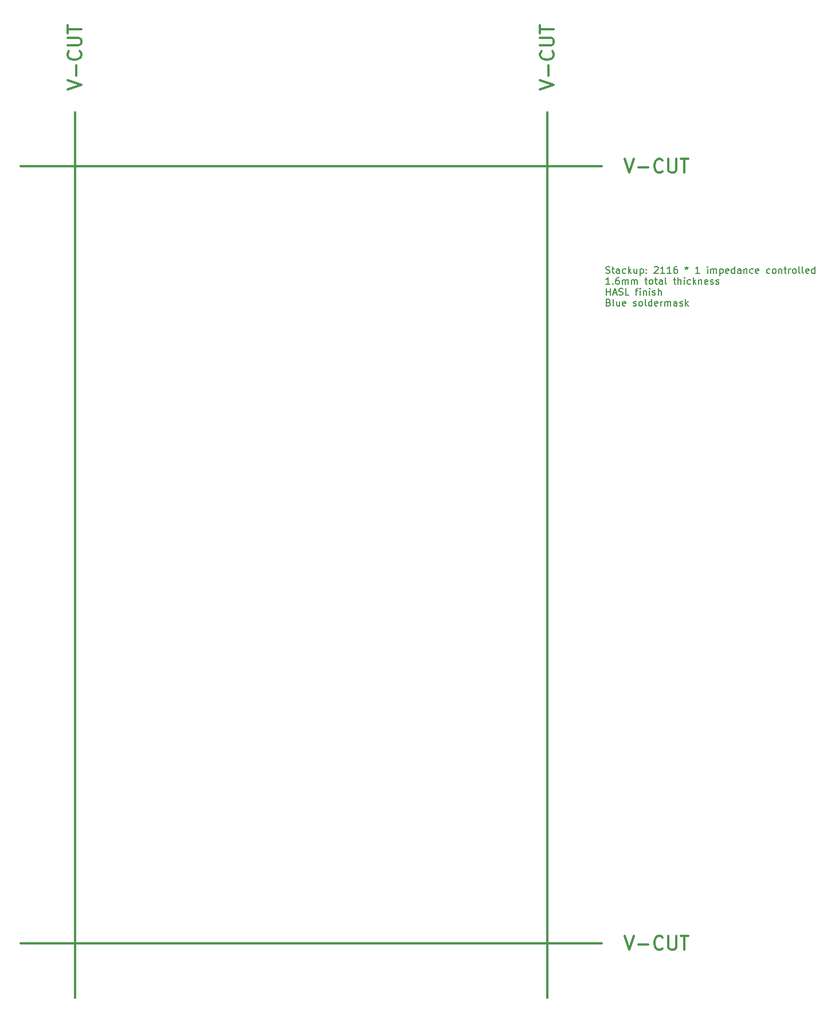
<source format=gbr>
%TF.GenerationSoftware,KiCad,Pcbnew,8.0.5+dfsg-1*%
%TF.CreationDate,2024-09-25T11:52:26+01:00*%
%TF.ProjectId,low-noise-power-probe-panel,6c6f772d-6e6f-4697-9365-2d706f776572,rev?*%
%TF.SameCoordinates,Original*%
%TF.FileFunction,Other,Comment*%
%FSLAX46Y46*%
G04 Gerber Fmt 4.6, Leading zero omitted, Abs format (unit mm)*
G04 Created by KiCad (PCBNEW 8.0.5+dfsg-1) date 2024-09-25 11:52:26*
%MOMM*%
%LPD*%
G01*
G04 APERTURE LIST*
%ADD10C,0.300000*%
%ADD11C,0.150000*%
G04 APERTURE END LIST*
D10*
X175100000Y-17000000D02*
X175100000Y-147800000D01*
X167100000Y-25000000D02*
X252900000Y-25000000D01*
X167100000Y-139800000D02*
X252900000Y-139800000D01*
X244900000Y-17000000D02*
X244900000Y-147800000D01*
D11*
X253539160Y-40742284D02*
X253682017Y-40789903D01*
X253682017Y-40789903D02*
X253920112Y-40789903D01*
X253920112Y-40789903D02*
X254015350Y-40742284D01*
X254015350Y-40742284D02*
X254062969Y-40694664D01*
X254062969Y-40694664D02*
X254110588Y-40599426D01*
X254110588Y-40599426D02*
X254110588Y-40504188D01*
X254110588Y-40504188D02*
X254062969Y-40408950D01*
X254062969Y-40408950D02*
X254015350Y-40361331D01*
X254015350Y-40361331D02*
X253920112Y-40313712D01*
X253920112Y-40313712D02*
X253729636Y-40266093D01*
X253729636Y-40266093D02*
X253634398Y-40218474D01*
X253634398Y-40218474D02*
X253586779Y-40170855D01*
X253586779Y-40170855D02*
X253539160Y-40075617D01*
X253539160Y-40075617D02*
X253539160Y-39980379D01*
X253539160Y-39980379D02*
X253586779Y-39885141D01*
X253586779Y-39885141D02*
X253634398Y-39837522D01*
X253634398Y-39837522D02*
X253729636Y-39789903D01*
X253729636Y-39789903D02*
X253967731Y-39789903D01*
X253967731Y-39789903D02*
X254110588Y-39837522D01*
X254396303Y-40123236D02*
X254777255Y-40123236D01*
X254539160Y-39789903D02*
X254539160Y-40647045D01*
X254539160Y-40647045D02*
X254586779Y-40742284D01*
X254586779Y-40742284D02*
X254682017Y-40789903D01*
X254682017Y-40789903D02*
X254777255Y-40789903D01*
X255539160Y-40789903D02*
X255539160Y-40266093D01*
X255539160Y-40266093D02*
X255491541Y-40170855D01*
X255491541Y-40170855D02*
X255396303Y-40123236D01*
X255396303Y-40123236D02*
X255205827Y-40123236D01*
X255205827Y-40123236D02*
X255110589Y-40170855D01*
X255539160Y-40742284D02*
X255443922Y-40789903D01*
X255443922Y-40789903D02*
X255205827Y-40789903D01*
X255205827Y-40789903D02*
X255110589Y-40742284D01*
X255110589Y-40742284D02*
X255062970Y-40647045D01*
X255062970Y-40647045D02*
X255062970Y-40551807D01*
X255062970Y-40551807D02*
X255110589Y-40456569D01*
X255110589Y-40456569D02*
X255205827Y-40408950D01*
X255205827Y-40408950D02*
X255443922Y-40408950D01*
X255443922Y-40408950D02*
X255539160Y-40361331D01*
X256443922Y-40742284D02*
X256348684Y-40789903D01*
X256348684Y-40789903D02*
X256158208Y-40789903D01*
X256158208Y-40789903D02*
X256062970Y-40742284D01*
X256062970Y-40742284D02*
X256015351Y-40694664D01*
X256015351Y-40694664D02*
X255967732Y-40599426D01*
X255967732Y-40599426D02*
X255967732Y-40313712D01*
X255967732Y-40313712D02*
X256015351Y-40218474D01*
X256015351Y-40218474D02*
X256062970Y-40170855D01*
X256062970Y-40170855D02*
X256158208Y-40123236D01*
X256158208Y-40123236D02*
X256348684Y-40123236D01*
X256348684Y-40123236D02*
X256443922Y-40170855D01*
X256872494Y-40789903D02*
X256872494Y-39789903D01*
X256967732Y-40408950D02*
X257253446Y-40789903D01*
X257253446Y-40123236D02*
X256872494Y-40504188D01*
X258110589Y-40123236D02*
X258110589Y-40789903D01*
X257682018Y-40123236D02*
X257682018Y-40647045D01*
X257682018Y-40647045D02*
X257729637Y-40742284D01*
X257729637Y-40742284D02*
X257824875Y-40789903D01*
X257824875Y-40789903D02*
X257967732Y-40789903D01*
X257967732Y-40789903D02*
X258062970Y-40742284D01*
X258062970Y-40742284D02*
X258110589Y-40694664D01*
X258586780Y-40123236D02*
X258586780Y-41123236D01*
X258586780Y-40170855D02*
X258682018Y-40123236D01*
X258682018Y-40123236D02*
X258872494Y-40123236D01*
X258872494Y-40123236D02*
X258967732Y-40170855D01*
X258967732Y-40170855D02*
X259015351Y-40218474D01*
X259015351Y-40218474D02*
X259062970Y-40313712D01*
X259062970Y-40313712D02*
X259062970Y-40599426D01*
X259062970Y-40599426D02*
X259015351Y-40694664D01*
X259015351Y-40694664D02*
X258967732Y-40742284D01*
X258967732Y-40742284D02*
X258872494Y-40789903D01*
X258872494Y-40789903D02*
X258682018Y-40789903D01*
X258682018Y-40789903D02*
X258586780Y-40742284D01*
X259491542Y-40694664D02*
X259539161Y-40742284D01*
X259539161Y-40742284D02*
X259491542Y-40789903D01*
X259491542Y-40789903D02*
X259443923Y-40742284D01*
X259443923Y-40742284D02*
X259491542Y-40694664D01*
X259491542Y-40694664D02*
X259491542Y-40789903D01*
X259491542Y-40170855D02*
X259539161Y-40218474D01*
X259539161Y-40218474D02*
X259491542Y-40266093D01*
X259491542Y-40266093D02*
X259443923Y-40218474D01*
X259443923Y-40218474D02*
X259491542Y-40170855D01*
X259491542Y-40170855D02*
X259491542Y-40266093D01*
X260682018Y-39885141D02*
X260729637Y-39837522D01*
X260729637Y-39837522D02*
X260824875Y-39789903D01*
X260824875Y-39789903D02*
X261062970Y-39789903D01*
X261062970Y-39789903D02*
X261158208Y-39837522D01*
X261158208Y-39837522D02*
X261205827Y-39885141D01*
X261205827Y-39885141D02*
X261253446Y-39980379D01*
X261253446Y-39980379D02*
X261253446Y-40075617D01*
X261253446Y-40075617D02*
X261205827Y-40218474D01*
X261205827Y-40218474D02*
X260634399Y-40789903D01*
X260634399Y-40789903D02*
X261253446Y-40789903D01*
X262205827Y-40789903D02*
X261634399Y-40789903D01*
X261920113Y-40789903D02*
X261920113Y-39789903D01*
X261920113Y-39789903D02*
X261824875Y-39932760D01*
X261824875Y-39932760D02*
X261729637Y-40027998D01*
X261729637Y-40027998D02*
X261634399Y-40075617D01*
X263158208Y-40789903D02*
X262586780Y-40789903D01*
X262872494Y-40789903D02*
X262872494Y-39789903D01*
X262872494Y-39789903D02*
X262777256Y-39932760D01*
X262777256Y-39932760D02*
X262682018Y-40027998D01*
X262682018Y-40027998D02*
X262586780Y-40075617D01*
X264015351Y-39789903D02*
X263824875Y-39789903D01*
X263824875Y-39789903D02*
X263729637Y-39837522D01*
X263729637Y-39837522D02*
X263682018Y-39885141D01*
X263682018Y-39885141D02*
X263586780Y-40027998D01*
X263586780Y-40027998D02*
X263539161Y-40218474D01*
X263539161Y-40218474D02*
X263539161Y-40599426D01*
X263539161Y-40599426D02*
X263586780Y-40694664D01*
X263586780Y-40694664D02*
X263634399Y-40742284D01*
X263634399Y-40742284D02*
X263729637Y-40789903D01*
X263729637Y-40789903D02*
X263920113Y-40789903D01*
X263920113Y-40789903D02*
X264015351Y-40742284D01*
X264015351Y-40742284D02*
X264062970Y-40694664D01*
X264062970Y-40694664D02*
X264110589Y-40599426D01*
X264110589Y-40599426D02*
X264110589Y-40361331D01*
X264110589Y-40361331D02*
X264062970Y-40266093D01*
X264062970Y-40266093D02*
X264015351Y-40218474D01*
X264015351Y-40218474D02*
X263920113Y-40170855D01*
X263920113Y-40170855D02*
X263729637Y-40170855D01*
X263729637Y-40170855D02*
X263634399Y-40218474D01*
X263634399Y-40218474D02*
X263586780Y-40266093D01*
X263586780Y-40266093D02*
X263539161Y-40361331D01*
X265443923Y-39789903D02*
X265443923Y-40027998D01*
X265205828Y-39932760D02*
X265443923Y-40027998D01*
X265443923Y-40027998D02*
X265682018Y-39932760D01*
X265301066Y-40218474D02*
X265443923Y-40027998D01*
X265443923Y-40027998D02*
X265586780Y-40218474D01*
X267348685Y-40789903D02*
X266777257Y-40789903D01*
X267062971Y-40789903D02*
X267062971Y-39789903D01*
X267062971Y-39789903D02*
X266967733Y-39932760D01*
X266967733Y-39932760D02*
X266872495Y-40027998D01*
X266872495Y-40027998D02*
X266777257Y-40075617D01*
X268539162Y-40789903D02*
X268539162Y-40123236D01*
X268539162Y-39789903D02*
X268491543Y-39837522D01*
X268491543Y-39837522D02*
X268539162Y-39885141D01*
X268539162Y-39885141D02*
X268586781Y-39837522D01*
X268586781Y-39837522D02*
X268539162Y-39789903D01*
X268539162Y-39789903D02*
X268539162Y-39885141D01*
X269015352Y-40789903D02*
X269015352Y-40123236D01*
X269015352Y-40218474D02*
X269062971Y-40170855D01*
X269062971Y-40170855D02*
X269158209Y-40123236D01*
X269158209Y-40123236D02*
X269301066Y-40123236D01*
X269301066Y-40123236D02*
X269396304Y-40170855D01*
X269396304Y-40170855D02*
X269443923Y-40266093D01*
X269443923Y-40266093D02*
X269443923Y-40789903D01*
X269443923Y-40266093D02*
X269491542Y-40170855D01*
X269491542Y-40170855D02*
X269586780Y-40123236D01*
X269586780Y-40123236D02*
X269729637Y-40123236D01*
X269729637Y-40123236D02*
X269824876Y-40170855D01*
X269824876Y-40170855D02*
X269872495Y-40266093D01*
X269872495Y-40266093D02*
X269872495Y-40789903D01*
X270348685Y-40123236D02*
X270348685Y-41123236D01*
X270348685Y-40170855D02*
X270443923Y-40123236D01*
X270443923Y-40123236D02*
X270634399Y-40123236D01*
X270634399Y-40123236D02*
X270729637Y-40170855D01*
X270729637Y-40170855D02*
X270777256Y-40218474D01*
X270777256Y-40218474D02*
X270824875Y-40313712D01*
X270824875Y-40313712D02*
X270824875Y-40599426D01*
X270824875Y-40599426D02*
X270777256Y-40694664D01*
X270777256Y-40694664D02*
X270729637Y-40742284D01*
X270729637Y-40742284D02*
X270634399Y-40789903D01*
X270634399Y-40789903D02*
X270443923Y-40789903D01*
X270443923Y-40789903D02*
X270348685Y-40742284D01*
X271634399Y-40742284D02*
X271539161Y-40789903D01*
X271539161Y-40789903D02*
X271348685Y-40789903D01*
X271348685Y-40789903D02*
X271253447Y-40742284D01*
X271253447Y-40742284D02*
X271205828Y-40647045D01*
X271205828Y-40647045D02*
X271205828Y-40266093D01*
X271205828Y-40266093D02*
X271253447Y-40170855D01*
X271253447Y-40170855D02*
X271348685Y-40123236D01*
X271348685Y-40123236D02*
X271539161Y-40123236D01*
X271539161Y-40123236D02*
X271634399Y-40170855D01*
X271634399Y-40170855D02*
X271682018Y-40266093D01*
X271682018Y-40266093D02*
X271682018Y-40361331D01*
X271682018Y-40361331D02*
X271205828Y-40456569D01*
X272539161Y-40789903D02*
X272539161Y-39789903D01*
X272539161Y-40742284D02*
X272443923Y-40789903D01*
X272443923Y-40789903D02*
X272253447Y-40789903D01*
X272253447Y-40789903D02*
X272158209Y-40742284D01*
X272158209Y-40742284D02*
X272110590Y-40694664D01*
X272110590Y-40694664D02*
X272062971Y-40599426D01*
X272062971Y-40599426D02*
X272062971Y-40313712D01*
X272062971Y-40313712D02*
X272110590Y-40218474D01*
X272110590Y-40218474D02*
X272158209Y-40170855D01*
X272158209Y-40170855D02*
X272253447Y-40123236D01*
X272253447Y-40123236D02*
X272443923Y-40123236D01*
X272443923Y-40123236D02*
X272539161Y-40170855D01*
X273443923Y-40789903D02*
X273443923Y-40266093D01*
X273443923Y-40266093D02*
X273396304Y-40170855D01*
X273396304Y-40170855D02*
X273301066Y-40123236D01*
X273301066Y-40123236D02*
X273110590Y-40123236D01*
X273110590Y-40123236D02*
X273015352Y-40170855D01*
X273443923Y-40742284D02*
X273348685Y-40789903D01*
X273348685Y-40789903D02*
X273110590Y-40789903D01*
X273110590Y-40789903D02*
X273015352Y-40742284D01*
X273015352Y-40742284D02*
X272967733Y-40647045D01*
X272967733Y-40647045D02*
X272967733Y-40551807D01*
X272967733Y-40551807D02*
X273015352Y-40456569D01*
X273015352Y-40456569D02*
X273110590Y-40408950D01*
X273110590Y-40408950D02*
X273348685Y-40408950D01*
X273348685Y-40408950D02*
X273443923Y-40361331D01*
X273920114Y-40123236D02*
X273920114Y-40789903D01*
X273920114Y-40218474D02*
X273967733Y-40170855D01*
X273967733Y-40170855D02*
X274062971Y-40123236D01*
X274062971Y-40123236D02*
X274205828Y-40123236D01*
X274205828Y-40123236D02*
X274301066Y-40170855D01*
X274301066Y-40170855D02*
X274348685Y-40266093D01*
X274348685Y-40266093D02*
X274348685Y-40789903D01*
X275253447Y-40742284D02*
X275158209Y-40789903D01*
X275158209Y-40789903D02*
X274967733Y-40789903D01*
X274967733Y-40789903D02*
X274872495Y-40742284D01*
X274872495Y-40742284D02*
X274824876Y-40694664D01*
X274824876Y-40694664D02*
X274777257Y-40599426D01*
X274777257Y-40599426D02*
X274777257Y-40313712D01*
X274777257Y-40313712D02*
X274824876Y-40218474D01*
X274824876Y-40218474D02*
X274872495Y-40170855D01*
X274872495Y-40170855D02*
X274967733Y-40123236D01*
X274967733Y-40123236D02*
X275158209Y-40123236D01*
X275158209Y-40123236D02*
X275253447Y-40170855D01*
X276062971Y-40742284D02*
X275967733Y-40789903D01*
X275967733Y-40789903D02*
X275777257Y-40789903D01*
X275777257Y-40789903D02*
X275682019Y-40742284D01*
X275682019Y-40742284D02*
X275634400Y-40647045D01*
X275634400Y-40647045D02*
X275634400Y-40266093D01*
X275634400Y-40266093D02*
X275682019Y-40170855D01*
X275682019Y-40170855D02*
X275777257Y-40123236D01*
X275777257Y-40123236D02*
X275967733Y-40123236D01*
X275967733Y-40123236D02*
X276062971Y-40170855D01*
X276062971Y-40170855D02*
X276110590Y-40266093D01*
X276110590Y-40266093D02*
X276110590Y-40361331D01*
X276110590Y-40361331D02*
X275634400Y-40456569D01*
X277729638Y-40742284D02*
X277634400Y-40789903D01*
X277634400Y-40789903D02*
X277443924Y-40789903D01*
X277443924Y-40789903D02*
X277348686Y-40742284D01*
X277348686Y-40742284D02*
X277301067Y-40694664D01*
X277301067Y-40694664D02*
X277253448Y-40599426D01*
X277253448Y-40599426D02*
X277253448Y-40313712D01*
X277253448Y-40313712D02*
X277301067Y-40218474D01*
X277301067Y-40218474D02*
X277348686Y-40170855D01*
X277348686Y-40170855D02*
X277443924Y-40123236D01*
X277443924Y-40123236D02*
X277634400Y-40123236D01*
X277634400Y-40123236D02*
X277729638Y-40170855D01*
X278301067Y-40789903D02*
X278205829Y-40742284D01*
X278205829Y-40742284D02*
X278158210Y-40694664D01*
X278158210Y-40694664D02*
X278110591Y-40599426D01*
X278110591Y-40599426D02*
X278110591Y-40313712D01*
X278110591Y-40313712D02*
X278158210Y-40218474D01*
X278158210Y-40218474D02*
X278205829Y-40170855D01*
X278205829Y-40170855D02*
X278301067Y-40123236D01*
X278301067Y-40123236D02*
X278443924Y-40123236D01*
X278443924Y-40123236D02*
X278539162Y-40170855D01*
X278539162Y-40170855D02*
X278586781Y-40218474D01*
X278586781Y-40218474D02*
X278634400Y-40313712D01*
X278634400Y-40313712D02*
X278634400Y-40599426D01*
X278634400Y-40599426D02*
X278586781Y-40694664D01*
X278586781Y-40694664D02*
X278539162Y-40742284D01*
X278539162Y-40742284D02*
X278443924Y-40789903D01*
X278443924Y-40789903D02*
X278301067Y-40789903D01*
X279062972Y-40123236D02*
X279062972Y-40789903D01*
X279062972Y-40218474D02*
X279110591Y-40170855D01*
X279110591Y-40170855D02*
X279205829Y-40123236D01*
X279205829Y-40123236D02*
X279348686Y-40123236D01*
X279348686Y-40123236D02*
X279443924Y-40170855D01*
X279443924Y-40170855D02*
X279491543Y-40266093D01*
X279491543Y-40266093D02*
X279491543Y-40789903D01*
X279824877Y-40123236D02*
X280205829Y-40123236D01*
X279967734Y-39789903D02*
X279967734Y-40647045D01*
X279967734Y-40647045D02*
X280015353Y-40742284D01*
X280015353Y-40742284D02*
X280110591Y-40789903D01*
X280110591Y-40789903D02*
X280205829Y-40789903D01*
X280539163Y-40789903D02*
X280539163Y-40123236D01*
X280539163Y-40313712D02*
X280586782Y-40218474D01*
X280586782Y-40218474D02*
X280634401Y-40170855D01*
X280634401Y-40170855D02*
X280729639Y-40123236D01*
X280729639Y-40123236D02*
X280824877Y-40123236D01*
X281301068Y-40789903D02*
X281205830Y-40742284D01*
X281205830Y-40742284D02*
X281158211Y-40694664D01*
X281158211Y-40694664D02*
X281110592Y-40599426D01*
X281110592Y-40599426D02*
X281110592Y-40313712D01*
X281110592Y-40313712D02*
X281158211Y-40218474D01*
X281158211Y-40218474D02*
X281205830Y-40170855D01*
X281205830Y-40170855D02*
X281301068Y-40123236D01*
X281301068Y-40123236D02*
X281443925Y-40123236D01*
X281443925Y-40123236D02*
X281539163Y-40170855D01*
X281539163Y-40170855D02*
X281586782Y-40218474D01*
X281586782Y-40218474D02*
X281634401Y-40313712D01*
X281634401Y-40313712D02*
X281634401Y-40599426D01*
X281634401Y-40599426D02*
X281586782Y-40694664D01*
X281586782Y-40694664D02*
X281539163Y-40742284D01*
X281539163Y-40742284D02*
X281443925Y-40789903D01*
X281443925Y-40789903D02*
X281301068Y-40789903D01*
X282205830Y-40789903D02*
X282110592Y-40742284D01*
X282110592Y-40742284D02*
X282062973Y-40647045D01*
X282062973Y-40647045D02*
X282062973Y-39789903D01*
X282729640Y-40789903D02*
X282634402Y-40742284D01*
X282634402Y-40742284D02*
X282586783Y-40647045D01*
X282586783Y-40647045D02*
X282586783Y-39789903D01*
X283491545Y-40742284D02*
X283396307Y-40789903D01*
X283396307Y-40789903D02*
X283205831Y-40789903D01*
X283205831Y-40789903D02*
X283110593Y-40742284D01*
X283110593Y-40742284D02*
X283062974Y-40647045D01*
X283062974Y-40647045D02*
X283062974Y-40266093D01*
X283062974Y-40266093D02*
X283110593Y-40170855D01*
X283110593Y-40170855D02*
X283205831Y-40123236D01*
X283205831Y-40123236D02*
X283396307Y-40123236D01*
X283396307Y-40123236D02*
X283491545Y-40170855D01*
X283491545Y-40170855D02*
X283539164Y-40266093D01*
X283539164Y-40266093D02*
X283539164Y-40361331D01*
X283539164Y-40361331D02*
X283062974Y-40456569D01*
X284396307Y-40789903D02*
X284396307Y-39789903D01*
X284396307Y-40742284D02*
X284301069Y-40789903D01*
X284301069Y-40789903D02*
X284110593Y-40789903D01*
X284110593Y-40789903D02*
X284015355Y-40742284D01*
X284015355Y-40742284D02*
X283967736Y-40694664D01*
X283967736Y-40694664D02*
X283920117Y-40599426D01*
X283920117Y-40599426D02*
X283920117Y-40313712D01*
X283920117Y-40313712D02*
X283967736Y-40218474D01*
X283967736Y-40218474D02*
X284015355Y-40170855D01*
X284015355Y-40170855D02*
X284110593Y-40123236D01*
X284110593Y-40123236D02*
X284301069Y-40123236D01*
X284301069Y-40123236D02*
X284396307Y-40170855D01*
X254110588Y-42399847D02*
X253539160Y-42399847D01*
X253824874Y-42399847D02*
X253824874Y-41399847D01*
X253824874Y-41399847D02*
X253729636Y-41542704D01*
X253729636Y-41542704D02*
X253634398Y-41637942D01*
X253634398Y-41637942D02*
X253539160Y-41685561D01*
X254539160Y-42304608D02*
X254586779Y-42352228D01*
X254586779Y-42352228D02*
X254539160Y-42399847D01*
X254539160Y-42399847D02*
X254491541Y-42352228D01*
X254491541Y-42352228D02*
X254539160Y-42304608D01*
X254539160Y-42304608D02*
X254539160Y-42399847D01*
X255443921Y-41399847D02*
X255253445Y-41399847D01*
X255253445Y-41399847D02*
X255158207Y-41447466D01*
X255158207Y-41447466D02*
X255110588Y-41495085D01*
X255110588Y-41495085D02*
X255015350Y-41637942D01*
X255015350Y-41637942D02*
X254967731Y-41828418D01*
X254967731Y-41828418D02*
X254967731Y-42209370D01*
X254967731Y-42209370D02*
X255015350Y-42304608D01*
X255015350Y-42304608D02*
X255062969Y-42352228D01*
X255062969Y-42352228D02*
X255158207Y-42399847D01*
X255158207Y-42399847D02*
X255348683Y-42399847D01*
X255348683Y-42399847D02*
X255443921Y-42352228D01*
X255443921Y-42352228D02*
X255491540Y-42304608D01*
X255491540Y-42304608D02*
X255539159Y-42209370D01*
X255539159Y-42209370D02*
X255539159Y-41971275D01*
X255539159Y-41971275D02*
X255491540Y-41876037D01*
X255491540Y-41876037D02*
X255443921Y-41828418D01*
X255443921Y-41828418D02*
X255348683Y-41780799D01*
X255348683Y-41780799D02*
X255158207Y-41780799D01*
X255158207Y-41780799D02*
X255062969Y-41828418D01*
X255062969Y-41828418D02*
X255015350Y-41876037D01*
X255015350Y-41876037D02*
X254967731Y-41971275D01*
X255967731Y-42399847D02*
X255967731Y-41733180D01*
X255967731Y-41828418D02*
X256015350Y-41780799D01*
X256015350Y-41780799D02*
X256110588Y-41733180D01*
X256110588Y-41733180D02*
X256253445Y-41733180D01*
X256253445Y-41733180D02*
X256348683Y-41780799D01*
X256348683Y-41780799D02*
X256396302Y-41876037D01*
X256396302Y-41876037D02*
X256396302Y-42399847D01*
X256396302Y-41876037D02*
X256443921Y-41780799D01*
X256443921Y-41780799D02*
X256539159Y-41733180D01*
X256539159Y-41733180D02*
X256682016Y-41733180D01*
X256682016Y-41733180D02*
X256777255Y-41780799D01*
X256777255Y-41780799D02*
X256824874Y-41876037D01*
X256824874Y-41876037D02*
X256824874Y-42399847D01*
X257301064Y-42399847D02*
X257301064Y-41733180D01*
X257301064Y-41828418D02*
X257348683Y-41780799D01*
X257348683Y-41780799D02*
X257443921Y-41733180D01*
X257443921Y-41733180D02*
X257586778Y-41733180D01*
X257586778Y-41733180D02*
X257682016Y-41780799D01*
X257682016Y-41780799D02*
X257729635Y-41876037D01*
X257729635Y-41876037D02*
X257729635Y-42399847D01*
X257729635Y-41876037D02*
X257777254Y-41780799D01*
X257777254Y-41780799D02*
X257872492Y-41733180D01*
X257872492Y-41733180D02*
X258015349Y-41733180D01*
X258015349Y-41733180D02*
X258110588Y-41780799D01*
X258110588Y-41780799D02*
X258158207Y-41876037D01*
X258158207Y-41876037D02*
X258158207Y-42399847D01*
X259253445Y-41733180D02*
X259634397Y-41733180D01*
X259396302Y-41399847D02*
X259396302Y-42256989D01*
X259396302Y-42256989D02*
X259443921Y-42352228D01*
X259443921Y-42352228D02*
X259539159Y-42399847D01*
X259539159Y-42399847D02*
X259634397Y-42399847D01*
X260110588Y-42399847D02*
X260015350Y-42352228D01*
X260015350Y-42352228D02*
X259967731Y-42304608D01*
X259967731Y-42304608D02*
X259920112Y-42209370D01*
X259920112Y-42209370D02*
X259920112Y-41923656D01*
X259920112Y-41923656D02*
X259967731Y-41828418D01*
X259967731Y-41828418D02*
X260015350Y-41780799D01*
X260015350Y-41780799D02*
X260110588Y-41733180D01*
X260110588Y-41733180D02*
X260253445Y-41733180D01*
X260253445Y-41733180D02*
X260348683Y-41780799D01*
X260348683Y-41780799D02*
X260396302Y-41828418D01*
X260396302Y-41828418D02*
X260443921Y-41923656D01*
X260443921Y-41923656D02*
X260443921Y-42209370D01*
X260443921Y-42209370D02*
X260396302Y-42304608D01*
X260396302Y-42304608D02*
X260348683Y-42352228D01*
X260348683Y-42352228D02*
X260253445Y-42399847D01*
X260253445Y-42399847D02*
X260110588Y-42399847D01*
X260729636Y-41733180D02*
X261110588Y-41733180D01*
X260872493Y-41399847D02*
X260872493Y-42256989D01*
X260872493Y-42256989D02*
X260920112Y-42352228D01*
X260920112Y-42352228D02*
X261015350Y-42399847D01*
X261015350Y-42399847D02*
X261110588Y-42399847D01*
X261872493Y-42399847D02*
X261872493Y-41876037D01*
X261872493Y-41876037D02*
X261824874Y-41780799D01*
X261824874Y-41780799D02*
X261729636Y-41733180D01*
X261729636Y-41733180D02*
X261539160Y-41733180D01*
X261539160Y-41733180D02*
X261443922Y-41780799D01*
X261872493Y-42352228D02*
X261777255Y-42399847D01*
X261777255Y-42399847D02*
X261539160Y-42399847D01*
X261539160Y-42399847D02*
X261443922Y-42352228D01*
X261443922Y-42352228D02*
X261396303Y-42256989D01*
X261396303Y-42256989D02*
X261396303Y-42161751D01*
X261396303Y-42161751D02*
X261443922Y-42066513D01*
X261443922Y-42066513D02*
X261539160Y-42018894D01*
X261539160Y-42018894D02*
X261777255Y-42018894D01*
X261777255Y-42018894D02*
X261872493Y-41971275D01*
X262491541Y-42399847D02*
X262396303Y-42352228D01*
X262396303Y-42352228D02*
X262348684Y-42256989D01*
X262348684Y-42256989D02*
X262348684Y-41399847D01*
X263491542Y-41733180D02*
X263872494Y-41733180D01*
X263634399Y-41399847D02*
X263634399Y-42256989D01*
X263634399Y-42256989D02*
X263682018Y-42352228D01*
X263682018Y-42352228D02*
X263777256Y-42399847D01*
X263777256Y-42399847D02*
X263872494Y-42399847D01*
X264205828Y-42399847D02*
X264205828Y-41399847D01*
X264634399Y-42399847D02*
X264634399Y-41876037D01*
X264634399Y-41876037D02*
X264586780Y-41780799D01*
X264586780Y-41780799D02*
X264491542Y-41733180D01*
X264491542Y-41733180D02*
X264348685Y-41733180D01*
X264348685Y-41733180D02*
X264253447Y-41780799D01*
X264253447Y-41780799D02*
X264205828Y-41828418D01*
X265110590Y-42399847D02*
X265110590Y-41733180D01*
X265110590Y-41399847D02*
X265062971Y-41447466D01*
X265062971Y-41447466D02*
X265110590Y-41495085D01*
X265110590Y-41495085D02*
X265158209Y-41447466D01*
X265158209Y-41447466D02*
X265110590Y-41399847D01*
X265110590Y-41399847D02*
X265110590Y-41495085D01*
X266015351Y-42352228D02*
X265920113Y-42399847D01*
X265920113Y-42399847D02*
X265729637Y-42399847D01*
X265729637Y-42399847D02*
X265634399Y-42352228D01*
X265634399Y-42352228D02*
X265586780Y-42304608D01*
X265586780Y-42304608D02*
X265539161Y-42209370D01*
X265539161Y-42209370D02*
X265539161Y-41923656D01*
X265539161Y-41923656D02*
X265586780Y-41828418D01*
X265586780Y-41828418D02*
X265634399Y-41780799D01*
X265634399Y-41780799D02*
X265729637Y-41733180D01*
X265729637Y-41733180D02*
X265920113Y-41733180D01*
X265920113Y-41733180D02*
X266015351Y-41780799D01*
X266443923Y-42399847D02*
X266443923Y-41399847D01*
X266539161Y-42018894D02*
X266824875Y-42399847D01*
X266824875Y-41733180D02*
X266443923Y-42114132D01*
X267253447Y-41733180D02*
X267253447Y-42399847D01*
X267253447Y-41828418D02*
X267301066Y-41780799D01*
X267301066Y-41780799D02*
X267396304Y-41733180D01*
X267396304Y-41733180D02*
X267539161Y-41733180D01*
X267539161Y-41733180D02*
X267634399Y-41780799D01*
X267634399Y-41780799D02*
X267682018Y-41876037D01*
X267682018Y-41876037D02*
X267682018Y-42399847D01*
X268539161Y-42352228D02*
X268443923Y-42399847D01*
X268443923Y-42399847D02*
X268253447Y-42399847D01*
X268253447Y-42399847D02*
X268158209Y-42352228D01*
X268158209Y-42352228D02*
X268110590Y-42256989D01*
X268110590Y-42256989D02*
X268110590Y-41876037D01*
X268110590Y-41876037D02*
X268158209Y-41780799D01*
X268158209Y-41780799D02*
X268253447Y-41733180D01*
X268253447Y-41733180D02*
X268443923Y-41733180D01*
X268443923Y-41733180D02*
X268539161Y-41780799D01*
X268539161Y-41780799D02*
X268586780Y-41876037D01*
X268586780Y-41876037D02*
X268586780Y-41971275D01*
X268586780Y-41971275D02*
X268110590Y-42066513D01*
X268967733Y-42352228D02*
X269062971Y-42399847D01*
X269062971Y-42399847D02*
X269253447Y-42399847D01*
X269253447Y-42399847D02*
X269348685Y-42352228D01*
X269348685Y-42352228D02*
X269396304Y-42256989D01*
X269396304Y-42256989D02*
X269396304Y-42209370D01*
X269396304Y-42209370D02*
X269348685Y-42114132D01*
X269348685Y-42114132D02*
X269253447Y-42066513D01*
X269253447Y-42066513D02*
X269110590Y-42066513D01*
X269110590Y-42066513D02*
X269015352Y-42018894D01*
X269015352Y-42018894D02*
X268967733Y-41923656D01*
X268967733Y-41923656D02*
X268967733Y-41876037D01*
X268967733Y-41876037D02*
X269015352Y-41780799D01*
X269015352Y-41780799D02*
X269110590Y-41733180D01*
X269110590Y-41733180D02*
X269253447Y-41733180D01*
X269253447Y-41733180D02*
X269348685Y-41780799D01*
X269777257Y-42352228D02*
X269872495Y-42399847D01*
X269872495Y-42399847D02*
X270062971Y-42399847D01*
X270062971Y-42399847D02*
X270158209Y-42352228D01*
X270158209Y-42352228D02*
X270205828Y-42256989D01*
X270205828Y-42256989D02*
X270205828Y-42209370D01*
X270205828Y-42209370D02*
X270158209Y-42114132D01*
X270158209Y-42114132D02*
X270062971Y-42066513D01*
X270062971Y-42066513D02*
X269920114Y-42066513D01*
X269920114Y-42066513D02*
X269824876Y-42018894D01*
X269824876Y-42018894D02*
X269777257Y-41923656D01*
X269777257Y-41923656D02*
X269777257Y-41876037D01*
X269777257Y-41876037D02*
X269824876Y-41780799D01*
X269824876Y-41780799D02*
X269920114Y-41733180D01*
X269920114Y-41733180D02*
X270062971Y-41733180D01*
X270062971Y-41733180D02*
X270158209Y-41780799D01*
X253586779Y-44009791D02*
X253586779Y-43009791D01*
X253586779Y-43485981D02*
X254158207Y-43485981D01*
X254158207Y-44009791D02*
X254158207Y-43009791D01*
X254586779Y-43724076D02*
X255062969Y-43724076D01*
X254491541Y-44009791D02*
X254824874Y-43009791D01*
X254824874Y-43009791D02*
X255158207Y-44009791D01*
X255443922Y-43962172D02*
X255586779Y-44009791D01*
X255586779Y-44009791D02*
X255824874Y-44009791D01*
X255824874Y-44009791D02*
X255920112Y-43962172D01*
X255920112Y-43962172D02*
X255967731Y-43914552D01*
X255967731Y-43914552D02*
X256015350Y-43819314D01*
X256015350Y-43819314D02*
X256015350Y-43724076D01*
X256015350Y-43724076D02*
X255967731Y-43628838D01*
X255967731Y-43628838D02*
X255920112Y-43581219D01*
X255920112Y-43581219D02*
X255824874Y-43533600D01*
X255824874Y-43533600D02*
X255634398Y-43485981D01*
X255634398Y-43485981D02*
X255539160Y-43438362D01*
X255539160Y-43438362D02*
X255491541Y-43390743D01*
X255491541Y-43390743D02*
X255443922Y-43295505D01*
X255443922Y-43295505D02*
X255443922Y-43200267D01*
X255443922Y-43200267D02*
X255491541Y-43105029D01*
X255491541Y-43105029D02*
X255539160Y-43057410D01*
X255539160Y-43057410D02*
X255634398Y-43009791D01*
X255634398Y-43009791D02*
X255872493Y-43009791D01*
X255872493Y-43009791D02*
X256015350Y-43057410D01*
X256920112Y-44009791D02*
X256443922Y-44009791D01*
X256443922Y-44009791D02*
X256443922Y-43009791D01*
X257872494Y-43343124D02*
X258253446Y-43343124D01*
X258015351Y-44009791D02*
X258015351Y-43152648D01*
X258015351Y-43152648D02*
X258062970Y-43057410D01*
X258062970Y-43057410D02*
X258158208Y-43009791D01*
X258158208Y-43009791D02*
X258253446Y-43009791D01*
X258586780Y-44009791D02*
X258586780Y-43343124D01*
X258586780Y-43009791D02*
X258539161Y-43057410D01*
X258539161Y-43057410D02*
X258586780Y-43105029D01*
X258586780Y-43105029D02*
X258634399Y-43057410D01*
X258634399Y-43057410D02*
X258586780Y-43009791D01*
X258586780Y-43009791D02*
X258586780Y-43105029D01*
X259062970Y-43343124D02*
X259062970Y-44009791D01*
X259062970Y-43438362D02*
X259110589Y-43390743D01*
X259110589Y-43390743D02*
X259205827Y-43343124D01*
X259205827Y-43343124D02*
X259348684Y-43343124D01*
X259348684Y-43343124D02*
X259443922Y-43390743D01*
X259443922Y-43390743D02*
X259491541Y-43485981D01*
X259491541Y-43485981D02*
X259491541Y-44009791D01*
X259967732Y-44009791D02*
X259967732Y-43343124D01*
X259967732Y-43009791D02*
X259920113Y-43057410D01*
X259920113Y-43057410D02*
X259967732Y-43105029D01*
X259967732Y-43105029D02*
X260015351Y-43057410D01*
X260015351Y-43057410D02*
X259967732Y-43009791D01*
X259967732Y-43009791D02*
X259967732Y-43105029D01*
X260396303Y-43962172D02*
X260491541Y-44009791D01*
X260491541Y-44009791D02*
X260682017Y-44009791D01*
X260682017Y-44009791D02*
X260777255Y-43962172D01*
X260777255Y-43962172D02*
X260824874Y-43866933D01*
X260824874Y-43866933D02*
X260824874Y-43819314D01*
X260824874Y-43819314D02*
X260777255Y-43724076D01*
X260777255Y-43724076D02*
X260682017Y-43676457D01*
X260682017Y-43676457D02*
X260539160Y-43676457D01*
X260539160Y-43676457D02*
X260443922Y-43628838D01*
X260443922Y-43628838D02*
X260396303Y-43533600D01*
X260396303Y-43533600D02*
X260396303Y-43485981D01*
X260396303Y-43485981D02*
X260443922Y-43390743D01*
X260443922Y-43390743D02*
X260539160Y-43343124D01*
X260539160Y-43343124D02*
X260682017Y-43343124D01*
X260682017Y-43343124D02*
X260777255Y-43390743D01*
X261253446Y-44009791D02*
X261253446Y-43009791D01*
X261682017Y-44009791D02*
X261682017Y-43485981D01*
X261682017Y-43485981D02*
X261634398Y-43390743D01*
X261634398Y-43390743D02*
X261539160Y-43343124D01*
X261539160Y-43343124D02*
X261396303Y-43343124D01*
X261396303Y-43343124D02*
X261301065Y-43390743D01*
X261301065Y-43390743D02*
X261253446Y-43438362D01*
X253920112Y-45095925D02*
X254062969Y-45143544D01*
X254062969Y-45143544D02*
X254110588Y-45191163D01*
X254110588Y-45191163D02*
X254158207Y-45286401D01*
X254158207Y-45286401D02*
X254158207Y-45429258D01*
X254158207Y-45429258D02*
X254110588Y-45524496D01*
X254110588Y-45524496D02*
X254062969Y-45572116D01*
X254062969Y-45572116D02*
X253967731Y-45619735D01*
X253967731Y-45619735D02*
X253586779Y-45619735D01*
X253586779Y-45619735D02*
X253586779Y-44619735D01*
X253586779Y-44619735D02*
X253920112Y-44619735D01*
X253920112Y-44619735D02*
X254015350Y-44667354D01*
X254015350Y-44667354D02*
X254062969Y-44714973D01*
X254062969Y-44714973D02*
X254110588Y-44810211D01*
X254110588Y-44810211D02*
X254110588Y-44905449D01*
X254110588Y-44905449D02*
X254062969Y-45000687D01*
X254062969Y-45000687D02*
X254015350Y-45048306D01*
X254015350Y-45048306D02*
X253920112Y-45095925D01*
X253920112Y-45095925D02*
X253586779Y-45095925D01*
X254729636Y-45619735D02*
X254634398Y-45572116D01*
X254634398Y-45572116D02*
X254586779Y-45476877D01*
X254586779Y-45476877D02*
X254586779Y-44619735D01*
X255539160Y-44953068D02*
X255539160Y-45619735D01*
X255110589Y-44953068D02*
X255110589Y-45476877D01*
X255110589Y-45476877D02*
X255158208Y-45572116D01*
X255158208Y-45572116D02*
X255253446Y-45619735D01*
X255253446Y-45619735D02*
X255396303Y-45619735D01*
X255396303Y-45619735D02*
X255491541Y-45572116D01*
X255491541Y-45572116D02*
X255539160Y-45524496D01*
X256396303Y-45572116D02*
X256301065Y-45619735D01*
X256301065Y-45619735D02*
X256110589Y-45619735D01*
X256110589Y-45619735D02*
X256015351Y-45572116D01*
X256015351Y-45572116D02*
X255967732Y-45476877D01*
X255967732Y-45476877D02*
X255967732Y-45095925D01*
X255967732Y-45095925D02*
X256015351Y-45000687D01*
X256015351Y-45000687D02*
X256110589Y-44953068D01*
X256110589Y-44953068D02*
X256301065Y-44953068D01*
X256301065Y-44953068D02*
X256396303Y-45000687D01*
X256396303Y-45000687D02*
X256443922Y-45095925D01*
X256443922Y-45095925D02*
X256443922Y-45191163D01*
X256443922Y-45191163D02*
X255967732Y-45286401D01*
X257586780Y-45572116D02*
X257682018Y-45619735D01*
X257682018Y-45619735D02*
X257872494Y-45619735D01*
X257872494Y-45619735D02*
X257967732Y-45572116D01*
X257967732Y-45572116D02*
X258015351Y-45476877D01*
X258015351Y-45476877D02*
X258015351Y-45429258D01*
X258015351Y-45429258D02*
X257967732Y-45334020D01*
X257967732Y-45334020D02*
X257872494Y-45286401D01*
X257872494Y-45286401D02*
X257729637Y-45286401D01*
X257729637Y-45286401D02*
X257634399Y-45238782D01*
X257634399Y-45238782D02*
X257586780Y-45143544D01*
X257586780Y-45143544D02*
X257586780Y-45095925D01*
X257586780Y-45095925D02*
X257634399Y-45000687D01*
X257634399Y-45000687D02*
X257729637Y-44953068D01*
X257729637Y-44953068D02*
X257872494Y-44953068D01*
X257872494Y-44953068D02*
X257967732Y-45000687D01*
X258586780Y-45619735D02*
X258491542Y-45572116D01*
X258491542Y-45572116D02*
X258443923Y-45524496D01*
X258443923Y-45524496D02*
X258396304Y-45429258D01*
X258396304Y-45429258D02*
X258396304Y-45143544D01*
X258396304Y-45143544D02*
X258443923Y-45048306D01*
X258443923Y-45048306D02*
X258491542Y-45000687D01*
X258491542Y-45000687D02*
X258586780Y-44953068D01*
X258586780Y-44953068D02*
X258729637Y-44953068D01*
X258729637Y-44953068D02*
X258824875Y-45000687D01*
X258824875Y-45000687D02*
X258872494Y-45048306D01*
X258872494Y-45048306D02*
X258920113Y-45143544D01*
X258920113Y-45143544D02*
X258920113Y-45429258D01*
X258920113Y-45429258D02*
X258872494Y-45524496D01*
X258872494Y-45524496D02*
X258824875Y-45572116D01*
X258824875Y-45572116D02*
X258729637Y-45619735D01*
X258729637Y-45619735D02*
X258586780Y-45619735D01*
X259491542Y-45619735D02*
X259396304Y-45572116D01*
X259396304Y-45572116D02*
X259348685Y-45476877D01*
X259348685Y-45476877D02*
X259348685Y-44619735D01*
X260301066Y-45619735D02*
X260301066Y-44619735D01*
X260301066Y-45572116D02*
X260205828Y-45619735D01*
X260205828Y-45619735D02*
X260015352Y-45619735D01*
X260015352Y-45619735D02*
X259920114Y-45572116D01*
X259920114Y-45572116D02*
X259872495Y-45524496D01*
X259872495Y-45524496D02*
X259824876Y-45429258D01*
X259824876Y-45429258D02*
X259824876Y-45143544D01*
X259824876Y-45143544D02*
X259872495Y-45048306D01*
X259872495Y-45048306D02*
X259920114Y-45000687D01*
X259920114Y-45000687D02*
X260015352Y-44953068D01*
X260015352Y-44953068D02*
X260205828Y-44953068D01*
X260205828Y-44953068D02*
X260301066Y-45000687D01*
X261158209Y-45572116D02*
X261062971Y-45619735D01*
X261062971Y-45619735D02*
X260872495Y-45619735D01*
X260872495Y-45619735D02*
X260777257Y-45572116D01*
X260777257Y-45572116D02*
X260729638Y-45476877D01*
X260729638Y-45476877D02*
X260729638Y-45095925D01*
X260729638Y-45095925D02*
X260777257Y-45000687D01*
X260777257Y-45000687D02*
X260872495Y-44953068D01*
X260872495Y-44953068D02*
X261062971Y-44953068D01*
X261062971Y-44953068D02*
X261158209Y-45000687D01*
X261158209Y-45000687D02*
X261205828Y-45095925D01*
X261205828Y-45095925D02*
X261205828Y-45191163D01*
X261205828Y-45191163D02*
X260729638Y-45286401D01*
X261634400Y-45619735D02*
X261634400Y-44953068D01*
X261634400Y-45143544D02*
X261682019Y-45048306D01*
X261682019Y-45048306D02*
X261729638Y-45000687D01*
X261729638Y-45000687D02*
X261824876Y-44953068D01*
X261824876Y-44953068D02*
X261920114Y-44953068D01*
X262253448Y-45619735D02*
X262253448Y-44953068D01*
X262253448Y-45048306D02*
X262301067Y-45000687D01*
X262301067Y-45000687D02*
X262396305Y-44953068D01*
X262396305Y-44953068D02*
X262539162Y-44953068D01*
X262539162Y-44953068D02*
X262634400Y-45000687D01*
X262634400Y-45000687D02*
X262682019Y-45095925D01*
X262682019Y-45095925D02*
X262682019Y-45619735D01*
X262682019Y-45095925D02*
X262729638Y-45000687D01*
X262729638Y-45000687D02*
X262824876Y-44953068D01*
X262824876Y-44953068D02*
X262967733Y-44953068D01*
X262967733Y-44953068D02*
X263062972Y-45000687D01*
X263062972Y-45000687D02*
X263110591Y-45095925D01*
X263110591Y-45095925D02*
X263110591Y-45619735D01*
X264015352Y-45619735D02*
X264015352Y-45095925D01*
X264015352Y-45095925D02*
X263967733Y-45000687D01*
X263967733Y-45000687D02*
X263872495Y-44953068D01*
X263872495Y-44953068D02*
X263682019Y-44953068D01*
X263682019Y-44953068D02*
X263586781Y-45000687D01*
X264015352Y-45572116D02*
X263920114Y-45619735D01*
X263920114Y-45619735D02*
X263682019Y-45619735D01*
X263682019Y-45619735D02*
X263586781Y-45572116D01*
X263586781Y-45572116D02*
X263539162Y-45476877D01*
X263539162Y-45476877D02*
X263539162Y-45381639D01*
X263539162Y-45381639D02*
X263586781Y-45286401D01*
X263586781Y-45286401D02*
X263682019Y-45238782D01*
X263682019Y-45238782D02*
X263920114Y-45238782D01*
X263920114Y-45238782D02*
X264015352Y-45191163D01*
X264443924Y-45572116D02*
X264539162Y-45619735D01*
X264539162Y-45619735D02*
X264729638Y-45619735D01*
X264729638Y-45619735D02*
X264824876Y-45572116D01*
X264824876Y-45572116D02*
X264872495Y-45476877D01*
X264872495Y-45476877D02*
X264872495Y-45429258D01*
X264872495Y-45429258D02*
X264824876Y-45334020D01*
X264824876Y-45334020D02*
X264729638Y-45286401D01*
X264729638Y-45286401D02*
X264586781Y-45286401D01*
X264586781Y-45286401D02*
X264491543Y-45238782D01*
X264491543Y-45238782D02*
X264443924Y-45143544D01*
X264443924Y-45143544D02*
X264443924Y-45095925D01*
X264443924Y-45095925D02*
X264491543Y-45000687D01*
X264491543Y-45000687D02*
X264586781Y-44953068D01*
X264586781Y-44953068D02*
X264729638Y-44953068D01*
X264729638Y-44953068D02*
X264824876Y-45000687D01*
X265301067Y-45619735D02*
X265301067Y-44619735D01*
X265396305Y-45238782D02*
X265682019Y-45619735D01*
X265682019Y-44953068D02*
X265301067Y-45334020D01*
D10*
X256287844Y-138709638D02*
X256954510Y-140709638D01*
X256954510Y-140709638D02*
X257621177Y-138709638D01*
X258287844Y-139947733D02*
X259811654Y-139947733D01*
X261906891Y-140519161D02*
X261811653Y-140614400D01*
X261811653Y-140614400D02*
X261525939Y-140709638D01*
X261525939Y-140709638D02*
X261335463Y-140709638D01*
X261335463Y-140709638D02*
X261049748Y-140614400D01*
X261049748Y-140614400D02*
X260859272Y-140423923D01*
X260859272Y-140423923D02*
X260764034Y-140233447D01*
X260764034Y-140233447D02*
X260668796Y-139852495D01*
X260668796Y-139852495D02*
X260668796Y-139566780D01*
X260668796Y-139566780D02*
X260764034Y-139185828D01*
X260764034Y-139185828D02*
X260859272Y-138995352D01*
X260859272Y-138995352D02*
X261049748Y-138804876D01*
X261049748Y-138804876D02*
X261335463Y-138709638D01*
X261335463Y-138709638D02*
X261525939Y-138709638D01*
X261525939Y-138709638D02*
X261811653Y-138804876D01*
X261811653Y-138804876D02*
X261906891Y-138900114D01*
X262764034Y-138709638D02*
X262764034Y-140328685D01*
X262764034Y-140328685D02*
X262859272Y-140519161D01*
X262859272Y-140519161D02*
X262954510Y-140614400D01*
X262954510Y-140614400D02*
X263144986Y-140709638D01*
X263144986Y-140709638D02*
X263525939Y-140709638D01*
X263525939Y-140709638D02*
X263716415Y-140614400D01*
X263716415Y-140614400D02*
X263811653Y-140519161D01*
X263811653Y-140519161D02*
X263906891Y-140328685D01*
X263906891Y-140328685D02*
X263906891Y-138709638D01*
X264573558Y-138709638D02*
X265716415Y-138709638D01*
X265144986Y-140709638D02*
X265144986Y-138709638D01*
X243809638Y-13612155D02*
X245809638Y-12945489D01*
X245809638Y-12945489D02*
X243809638Y-12278822D01*
X245047733Y-11612155D02*
X245047733Y-10088346D01*
X245619161Y-7993108D02*
X245714400Y-8088346D01*
X245714400Y-8088346D02*
X245809638Y-8374060D01*
X245809638Y-8374060D02*
X245809638Y-8564536D01*
X245809638Y-8564536D02*
X245714400Y-8850251D01*
X245714400Y-8850251D02*
X245523923Y-9040727D01*
X245523923Y-9040727D02*
X245333447Y-9135965D01*
X245333447Y-9135965D02*
X244952495Y-9231203D01*
X244952495Y-9231203D02*
X244666780Y-9231203D01*
X244666780Y-9231203D02*
X244285828Y-9135965D01*
X244285828Y-9135965D02*
X244095352Y-9040727D01*
X244095352Y-9040727D02*
X243904876Y-8850251D01*
X243904876Y-8850251D02*
X243809638Y-8564536D01*
X243809638Y-8564536D02*
X243809638Y-8374060D01*
X243809638Y-8374060D02*
X243904876Y-8088346D01*
X243904876Y-8088346D02*
X244000114Y-7993108D01*
X243809638Y-7135965D02*
X245428685Y-7135965D01*
X245428685Y-7135965D02*
X245619161Y-7040727D01*
X245619161Y-7040727D02*
X245714400Y-6945489D01*
X245714400Y-6945489D02*
X245809638Y-6755013D01*
X245809638Y-6755013D02*
X245809638Y-6374060D01*
X245809638Y-6374060D02*
X245714400Y-6183584D01*
X245714400Y-6183584D02*
X245619161Y-6088346D01*
X245619161Y-6088346D02*
X245428685Y-5993108D01*
X245428685Y-5993108D02*
X243809638Y-5993108D01*
X243809638Y-5326441D02*
X243809638Y-4183584D01*
X245809638Y-4755013D02*
X243809638Y-4755013D01*
X174009638Y-13612155D02*
X176009638Y-12945489D01*
X176009638Y-12945489D02*
X174009638Y-12278822D01*
X175247733Y-11612155D02*
X175247733Y-10088346D01*
X175819161Y-7993108D02*
X175914400Y-8088346D01*
X175914400Y-8088346D02*
X176009638Y-8374060D01*
X176009638Y-8374060D02*
X176009638Y-8564536D01*
X176009638Y-8564536D02*
X175914400Y-8850251D01*
X175914400Y-8850251D02*
X175723923Y-9040727D01*
X175723923Y-9040727D02*
X175533447Y-9135965D01*
X175533447Y-9135965D02*
X175152495Y-9231203D01*
X175152495Y-9231203D02*
X174866780Y-9231203D01*
X174866780Y-9231203D02*
X174485828Y-9135965D01*
X174485828Y-9135965D02*
X174295352Y-9040727D01*
X174295352Y-9040727D02*
X174104876Y-8850251D01*
X174104876Y-8850251D02*
X174009638Y-8564536D01*
X174009638Y-8564536D02*
X174009638Y-8374060D01*
X174009638Y-8374060D02*
X174104876Y-8088346D01*
X174104876Y-8088346D02*
X174200114Y-7993108D01*
X174009638Y-7135965D02*
X175628685Y-7135965D01*
X175628685Y-7135965D02*
X175819161Y-7040727D01*
X175819161Y-7040727D02*
X175914400Y-6945489D01*
X175914400Y-6945489D02*
X176009638Y-6755013D01*
X176009638Y-6755013D02*
X176009638Y-6374060D01*
X176009638Y-6374060D02*
X175914400Y-6183584D01*
X175914400Y-6183584D02*
X175819161Y-6088346D01*
X175819161Y-6088346D02*
X175628685Y-5993108D01*
X175628685Y-5993108D02*
X174009638Y-5993108D01*
X174009638Y-5326441D02*
X174009638Y-4183584D01*
X176009638Y-4755013D02*
X174009638Y-4755013D01*
X256287844Y-23909638D02*
X256954510Y-25909638D01*
X256954510Y-25909638D02*
X257621177Y-23909638D01*
X258287844Y-25147733D02*
X259811654Y-25147733D01*
X261906891Y-25719161D02*
X261811653Y-25814400D01*
X261811653Y-25814400D02*
X261525939Y-25909638D01*
X261525939Y-25909638D02*
X261335463Y-25909638D01*
X261335463Y-25909638D02*
X261049748Y-25814400D01*
X261049748Y-25814400D02*
X260859272Y-25623923D01*
X260859272Y-25623923D02*
X260764034Y-25433447D01*
X260764034Y-25433447D02*
X260668796Y-25052495D01*
X260668796Y-25052495D02*
X260668796Y-24766780D01*
X260668796Y-24766780D02*
X260764034Y-24385828D01*
X260764034Y-24385828D02*
X260859272Y-24195352D01*
X260859272Y-24195352D02*
X261049748Y-24004876D01*
X261049748Y-24004876D02*
X261335463Y-23909638D01*
X261335463Y-23909638D02*
X261525939Y-23909638D01*
X261525939Y-23909638D02*
X261811653Y-24004876D01*
X261811653Y-24004876D02*
X261906891Y-24100114D01*
X262764034Y-23909638D02*
X262764034Y-25528685D01*
X262764034Y-25528685D02*
X262859272Y-25719161D01*
X262859272Y-25719161D02*
X262954510Y-25814400D01*
X262954510Y-25814400D02*
X263144986Y-25909638D01*
X263144986Y-25909638D02*
X263525939Y-25909638D01*
X263525939Y-25909638D02*
X263716415Y-25814400D01*
X263716415Y-25814400D02*
X263811653Y-25719161D01*
X263811653Y-25719161D02*
X263906891Y-25528685D01*
X263906891Y-25528685D02*
X263906891Y-23909638D01*
X264573558Y-23909638D02*
X265716415Y-23909638D01*
X265144986Y-25909638D02*
X265144986Y-23909638D01*
M02*

</source>
